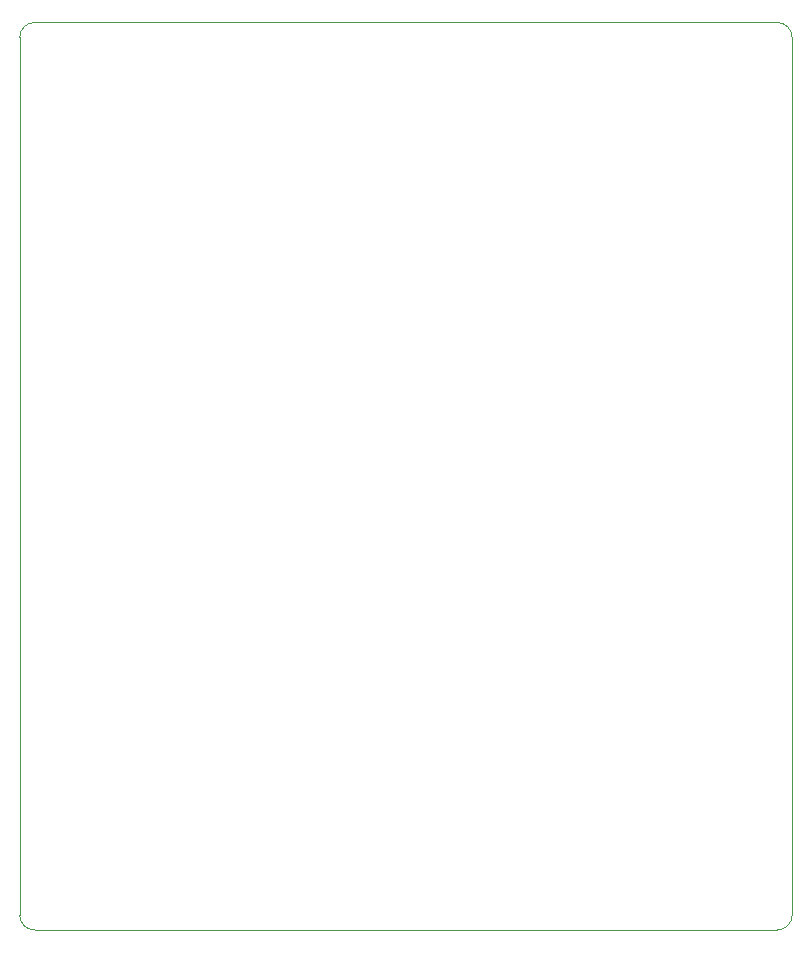
<source format=gbr>
%TF.GenerationSoftware,KiCad,Pcbnew,(5.1.9)-1*%
%TF.CreationDate,2021-05-08T11:56:35+01:00*%
%TF.ProjectId,Blue Pill Kickstart Switcher,426c7565-2050-4696-9c6c-204b69636b73,1*%
%TF.SameCoordinates,Original*%
%TF.FileFunction,Profile,NP*%
%FSLAX46Y46*%
G04 Gerber Fmt 4.6, Leading zero omitted, Abs format (unit mm)*
G04 Created by KiCad (PCBNEW (5.1.9)-1) date 2021-05-08 11:56:35*
%MOMM*%
%LPD*%
G01*
G04 APERTURE LIST*
%TA.AperFunction,Profile*%
%ADD10C,0.050000*%
%TD*%
G04 APERTURE END LIST*
D10*
X118745000Y-144780000D02*
G75*
G02*
X117475000Y-143510000I0J1270000D01*
G01*
X117475000Y-69215000D02*
G75*
G02*
X118745000Y-67945000I1270000J0D01*
G01*
X181610000Y-67945000D02*
G75*
G02*
X182880000Y-69215000I0J-1270000D01*
G01*
X182880000Y-143510000D02*
G75*
G02*
X181610000Y-144780000I-1270000J0D01*
G01*
X117475000Y-69215000D02*
X117475000Y-143510000D01*
X181610000Y-144780000D02*
X118745000Y-144780000D01*
X182880000Y-69215000D02*
X182880000Y-143510000D01*
X118745000Y-67945000D02*
X181610000Y-67945000D01*
M02*

</source>
